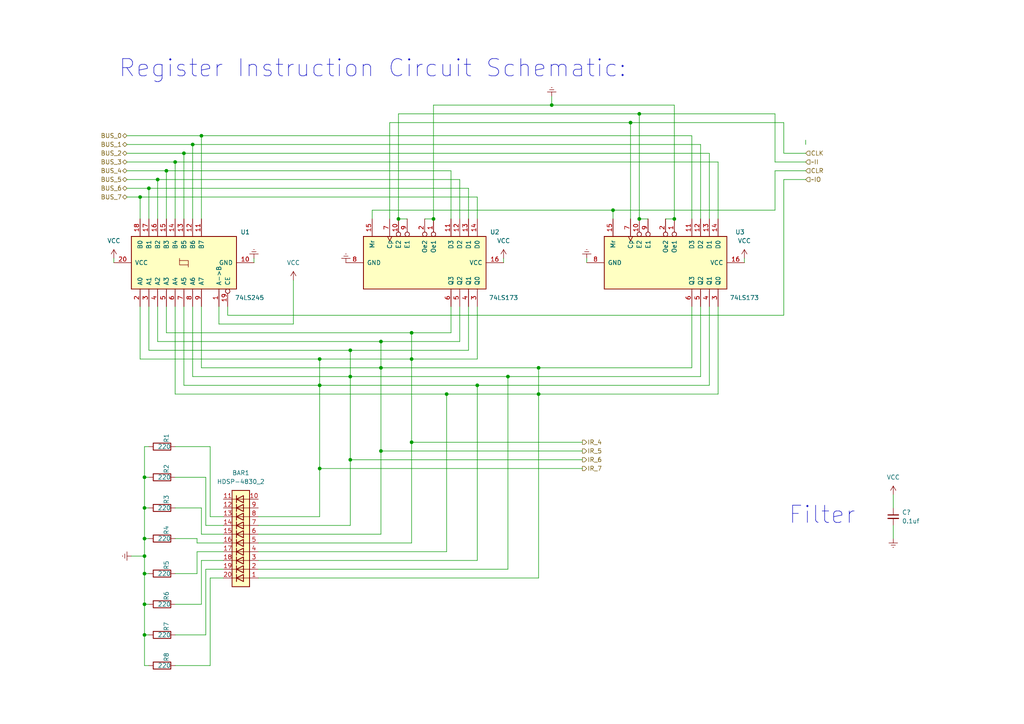
<source format=kicad_sch>
(kicad_sch (version 20211123) (generator eeschema)
  (paper "A4")
  (lib_symbols
    (symbol "74xx:74LS173" (pin_names (offset 1.016))
      (property "Reference" "U" (at -7.62 19.05 0))
      (property "Value" "74LS173" (at -7.62 -19.05 0))
      (symbol "74LS173_1_0"
        (pin input inverted (at -12.7 2.54 0) (length 5.08) (name "Oe1") (number "1"))
        (pin input inverted (at -12.7 -7.62 0) (length 5.08) (name "E2") (number "10"))
        (pin input line (at -12.7 7.62 0) (length 5.08) (name "D3") (number "11"))
        (pin input line (at -12.7 10.16 0) (length 5.08) (name "D2") (number "12"))
        (pin input line (at -12.7 12.7 0) (length 5.08) (name "D1") (number "13"))
        (pin input line (at -12.7 15.24 0) (length 5.08) (name "D0") (number "14"))
        (pin input line (at -12.7 -15.24 0) (length 5.08) (name "Mr") (number "15"))
        (pin power_in line (at 0 22.86 270) (length 5.08) (name "VCC") (number "16"))
        (pin input inverted (at -12.7 0 0) (length 5.08) (name "Oe2") (number "2"))
        (pin tri_state line (at 12.7 15.24 180) (length 5.08) (name "Q0") (number "3"))
        (pin tri_state line (at 12.7 12.7 180) (length 5.08) (name "Q1") (number "4"))
        (pin tri_state line (at 12.7 10.16 180) (length 5.08) (name "Q2") (number "5"))
        (pin tri_state line (at 12.7 7.62 180) (length 5.08) (name "Q3") (number "6"))
        (pin input clock (at -12.7 -10.16 0) (length 5.08) (name "Cp") (number "7"))
        (pin power_in line (at 0 -22.86 90) (length 5.08) (name "GND") (number "8"))
        (pin input inverted (at -12.7 -5.08 0) (length 5.08) (name "E1") (number "9"))
      )
      (symbol "74LS173_1_1"
        (rectangle (start -7.62 17.78) (end 7.62 -17.78) (stroke (width 0.254)) (fill (type background)))
      )
    )
    (symbol "74xx:74LS245" (pin_names (offset 1.016))
      (property "Reference" "U" (at -7.62 16.51 0))
      (property "Value" "74LS245" (at -7.62 -16.51 0))
      (symbol "74LS245_1_0"
        (polyline (pts (xy -0.635 -1.27) (xy -0.635 1.27) (xy 0.635 1.27)))
        (polyline (pts (xy -1.27 -1.27) (xy 0.635 -1.27) (xy 0.635 1.27) (xy 1.27 1.27)))
        (pin input line (at -12.7 -10.16 0) (length 5.08) (name "A->B") (number "1"))
        (pin power_in line (at 0 -20.32 90) (length 5.08) (name "GND") (number "10"))
        (pin tri_state line (at 12.7 -5.08 180) (length 5.08) (name "B7") (number "11"))
        (pin tri_state line (at 12.7 -2.54 180) (length 5.08) (name "B6") (number "12"))
        (pin tri_state line (at 12.7 0 180) (length 5.08) (name "B5") (number "13"))
        (pin tri_state line (at 12.7 2.54 180) (length 5.08) (name "B4") (number "14"))
        (pin tri_state line (at 12.7 5.08 180) (length 5.08) (name "B3") (number "15"))
        (pin tri_state line (at 12.7 7.62 180) (length 5.08) (name "B2") (number "16"))
        (pin tri_state line (at 12.7 10.16 180) (length 5.08) (name "B1") (number "17"))
        (pin tri_state line (at 12.7 12.7 180) (length 5.08) (name "B0") (number "18"))
        (pin input inverted (at -12.7 -12.7 0) (length 5.08) (name "CE") (number "19"))
        (pin tri_state line (at -12.7 12.7 0) (length 5.08) (name "A0") (number "2"))
        (pin power_in line (at 0 20.32 270) (length 5.08) (name "VCC") (number "20"))
        (pin tri_state line (at -12.7 10.16 0) (length 5.08) (name "A1") (number "3"))
        (pin tri_state line (at -12.7 7.62 0) (length 5.08) (name "A2") (number "4"))
        (pin tri_state line (at -12.7 5.08 0) (length 5.08) (name "A3") (number "5"))
        (pin tri_state line (at -12.7 2.54 0) (length 5.08) (name "A4") (number "6"))
        (pin tri_state line (at -12.7 0 0) (length 5.08) (name "A5") (number "7"))
        (pin tri_state line (at -12.7 -2.54 0) (length 5.08) (name "A6") (number "8"))
        (pin tri_state line (at -12.7 -5.08 0) (length 5.08) (name "A7") (number "9"))
      )
      (symbol "74LS245_1_1"
        (rectangle (start -7.62 15.24) (end 7.62 -15.24) (stroke (width 0.254)) (fill (type background)))
      )
    )
    (symbol "Device:C_Small" (pin_numbers hide) (pin_names (offset 0.254) hide)
      (property "Reference" "C" (at 0.254 1.778 0))
      (property "Value" "C_Small" (at 0.254 -2.032 0))
      (symbol "C_Small_0_1"
        (polyline (pts (xy -1.524 -0.508) (xy 1.524 -0.508)) (stroke (width 0.3302)))
        (polyline (pts (xy -1.524 0.508) (xy 1.524 0.508)) (stroke (width 0.3048)))
      )
      (symbol "C_Small_1_1"
        (pin passive line (at 0 2.54 270) (length 2.032) (name "~") (number "1"))
        (pin passive line (at 0 -2.54 90) (length 2.032) (name "~") (number "2"))
      )
    )
    (symbol "Device:R" (pin_numbers hide) (pin_names (offset 0))
      (property "Reference" "R" (at 2.032 0 90))
      (property "Value" "R" (at 0 0 90))
      (symbol "R_0_1"
        (rectangle (start -1.016 -2.54) (end 1.016 2.54) (stroke (width 0.254)))
      )
      (symbol "R_1_1"
        (pin passive line (at 0 3.81 270) (length 1.27) (name "~") (number "1"))
        (pin passive line (at 0 -3.81 90) (length 1.27) (name "~") (number "2"))
      )
    )
    (symbol "Earth_1" (power) (pin_names (offset 0))
      (symbol "Earth_1_0_1"
        (polyline (pts (xy -0.635 -1.905) (xy 0.635 -1.905)))
        (polyline (pts (xy -0.127 -2.54) (xy 0.127 -2.54)))
        (polyline (pts (xy 0 -1.27) (xy 0 0)))
        (polyline (pts (xy 1.27 -1.27) (xy -1.27 -1.27)))
      )
      (symbol "Earth_1_1_1"
        (pin power_in line (at 0 0 270) (length 0) hide (name "Earth") (number "1"))
      )
    )
    (symbol "LED:HDSP-4830_2" (pin_names (offset 1.016) hide)
      (property "Reference" "BAR" (at 0 15.24 0))
      (property "Value" "HDSP-4830_2" (at 0 -17.78 0))
      (symbol "HDSP-4830_2_0_1"
        (rectangle (start -2.54 12.7) (end 2.54 -15.24) (stroke (width 0.254)) (fill (type background)))
        (polyline (pts (xy -2.54 -12.7) (xy 2.54 -12.7)))
        (polyline (pts (xy -2.54 -10.16) (xy 2.54 -10.16)))
        (polyline (pts (xy -2.54 -7.62) (xy 2.54 -7.62)))
        (polyline (pts (xy -2.54 -5.08) (xy 2.54 -5.08)))
        (polyline (pts (xy -2.54 0) (xy 2.54 0)))
        (polyline (pts (xy -2.54 5.08) (xy 2.54 5.08)))
        (polyline (pts (xy -2.54 7.62) (xy 2.54 7.62)))
        (polyline (pts (xy -2.54 10.16) (xy 2.54 10.16)))
        (polyline (pts (xy 1.27 -11.684) (xy 1.27 -13.716)) (stroke (width 0.254)))
        (polyline (pts (xy 1.27 -9.144) (xy 1.27 -11.176)) (stroke (width 0.254)))
        (polyline (pts (xy 1.27 -6.604) (xy 1.27 -8.636)) (stroke (width 0.254)))
        (polyline (pts (xy 1.27 -4.064) (xy 1.27 -6.096)) (stroke (width 0.254)))
        (polyline (pts (xy 1.27 -1.524) (xy 1.27 -3.556)) (stroke (width 0.254)))
        (polyline (pts (xy 1.27 1.016) (xy 1.27 -1.016)) (stroke (width 0.254)))
        (polyline (pts (xy 1.27 3.556) (xy 1.27 1.524)) (stroke (width 0.254)))
        (polyline (pts (xy 1.27 6.096) (xy 1.27 4.064)) (stroke (width 0.254)))
        (polyline (pts (xy 1.27 8.636) (xy 1.27 6.604)) (stroke (width 0.254)))
        (polyline (pts (xy 1.27 11.176) (xy 1.27 9.144)) (stroke (width 0.254)))
        (polyline (pts (xy 2.54 -2.54) (xy -2.54 -2.54)))
        (polyline (pts (xy 2.54 2.54) (xy -2.54 2.54)))
        (polyline (pts (xy -0.762 -11.684) (xy -0.762 -13.716) (xy 1.27 -12.7) (xy -0.762 -11.684)) (stroke (width 0.254)))
        (polyline (pts (xy -0.762 -9.144) (xy -0.762 -11.176) (xy 1.27 -10.16) (xy -0.762 -9.144)) (stroke (width 0.254)))
        (polyline (pts (xy -0.762 -6.604) (xy -0.762 -8.636) (xy 1.27 -7.62) (xy -0.762 -6.604)) (stroke (width 0.254)))
        (polyline (pts (xy -0.762 -4.064) (xy -0.762 -6.096) (xy 1.27 -5.08) (xy -0.762 -4.064)) (stroke (width 0.254)))
        (polyline (pts (xy -0.762 -1.524) (xy -0.762 -3.556) (xy 1.27 -2.54) (xy -0.762 -1.524)) (stroke (width 0.254)))
        (polyline (pts (xy -0.762 1.016) (xy -0.762 -1.016) (xy 1.27 0) (xy -0.762 1.016)) (stroke (width 0.254)))
        (polyline (pts (xy -0.762 3.556) (xy -0.762 1.524) (xy 1.27 2.54) (xy -0.762 3.556)) (stroke (width 0.254)))
        (polyline (pts (xy -0.762 6.096) (xy -0.762 4.064) (xy 1.27 5.08) (xy -0.762 6.096)) (stroke (width 0.254)))
        (polyline (pts (xy -0.762 8.636) (xy -0.762 6.604) (xy 1.27 7.62) (xy -0.762 8.636)) (stroke (width 0.254)))
        (polyline (pts (xy -0.762 11.176) (xy -0.762 9.144) (xy 1.27 10.16) (xy -0.762 11.176)) (stroke (width 0.254)))
      )
      (symbol "HDSP-4830_2_1_1"
        (pin passive line (at -5.08 10.16 0) (length 2.54) (name "A") (number "1"))
        (pin passive line (at -5.08 -12.7 0) (length 2.54) (name "A") (number "10"))
        (pin passive line (at 5.08 -12.7 180) (length 2.54) (name "K") (number "11"))
        (pin passive line (at 5.08 -10.16 180) (length 2.54) (name "K") (number "12"))
        (pin passive line (at 5.08 -7.62 180) (length 2.54) (name "K") (number "13"))
        (pin passive line (at 5.08 -5.08 180) (length 2.54) (name "K") (number "14"))
        (pin passive line (at 5.08 -2.54 180) (length 2.54) (name "K") (number "15"))
        (pin passive line (at 5.08 0 180) (length 2.54) (name "K") (number "16"))
        (pin passive line (at 5.08 2.54 180) (length 2.54) (name "K") (number "17"))
        (pin passive line (at 5.08 5.08 180) (length 2.54) (name "K") (number "18"))
        (pin passive line (at 5.08 7.62 180) (length 2.54) (name "K") (number "19"))
        (pin passive line (at -5.08 7.62 0) (length 2.54) (name "A") (number "2"))
        (pin passive line (at 5.08 10.16 180) (length 2.54) (name "K") (number "20"))
        (pin passive line (at -5.08 5.08 0) (length 2.54) (name "A") (number "3"))
        (pin passive line (at -5.08 2.54 0) (length 2.54) (name "A") (number "4"))
        (pin passive line (at -5.08 0 0) (length 2.54) (name "A") (number "5"))
        (pin passive line (at -5.08 -2.54 0) (length 2.54) (name "A") (number "6"))
        (pin passive line (at -5.08 -5.08 0) (length 2.54) (name "A") (number "7"))
        (pin passive line (at -5.08 -7.62 0) (length 2.54) (name "A") (number "8"))
        (pin passive line (at -5.08 -10.16 0) (length 2.54) (name "A") (number "9"))
      )
    )
    (symbol "power:Earth" (power) (pin_names (offset 0))
      (symbol "Earth_0_1"
        (polyline (pts (xy -0.635 -1.905) (xy 0.635 -1.905)))
        (polyline (pts (xy -0.127 -2.54) (xy 0.127 -2.54)))
        (polyline (pts (xy 0 -1.27) (xy 0 0)))
        (polyline (pts (xy 1.27 -1.27) (xy -1.27 -1.27)))
      )
      (symbol "Earth_1_1"
        (pin power_in line (at 0 0 270) (length 0) hide (name "Earth") (number "1"))
      )
    )
    (symbol "power:VCC" (power) (pin_names (offset 0))
      (property "Value" "VCC" (at 0 3.81 0))
      (symbol "VCC_0_1"
        (polyline (pts (xy -0.762 1.27) (xy 0 2.54)))
        (polyline (pts (xy 0 0) (xy 0 2.54)))
        (polyline (pts (xy 0 2.54) (xy 0.762 1.27)))
      )
      (symbol "VCC_1_1"
        (pin power_in line (at 0 0 90) (length 0) hide (name "VCC") (number "1"))
      )
    )
  )
  (junction (at 138.43 111.76))
  (junction (at 110.49 130.81))
  (junction (at 41.91 156.21))
  (junction (at 41.91 184.15))
  (junction (at 92.71 104.14))
  (junction (at 92.71 111.76))
  (junction (at 119.38 128.27))
  (junction (at 41.91 175.26))
  (junction (at 101.6 133.35))
  (junction (at 156.21 114.3))
  (junction (at 156.21 106.68))
  (junction (at 41.91 166.37))
  (junction (at 48.26 49.53))
  (junction (at 101.6 109.22))
  (junction (at 55.88 41.91))
  (junction (at 40.64 57.15))
  (junction (at 92.71 135.89))
  (junction (at 182.88 35.56))
  (junction (at 41.91 161.29))
  (junction (at 115.57 63.5))
  (junction (at 129.54 114.3))
  (junction (at 195.58 63.5))
  (junction (at 41.91 138.43))
  (junction (at 185.42 63.5))
  (junction (at 119.38 104.14))
  (junction (at 58.42 39.37))
  (junction (at 110.49 106.68))
  (junction (at 101.6 101.6))
  (junction (at 177.8 60.96))
  (junction (at 160.02 30.48))
  (junction (at 53.34 44.45))
  (junction (at 185.42 33.02))
  (junction (at 119.38 96.52))
  (junction (at 110.49 99.06))
  (junction (at 147.32 109.22))
  (junction (at 43.18 54.61))
  (junction (at 50.8 46.99))
  (junction (at 45.72 52.07))
  (junction (at 125.73 63.5))
  (junction (at 41.91 147.32))
  (wire (pts (xy 41.91 184.15) (xy 41.91 175.26)))
  (wire (pts (xy 58.42 106.68) (xy 58.42 88.9)))
  (wire (pts (xy 58.42 39.37) (xy 200.66 39.37)))
  (wire (pts (xy 92.71 111.76) (xy 92.71 135.89)))
  (wire (pts (xy 41.91 193.04) (xy 41.91 184.15)))
  (wire (pts (xy 63.5 88.9) (xy 63.5 93.98)))
  (wire (pts (xy 36.83 39.37) (xy 58.42 39.37)))
  (wire (pts (xy 60.96 167.64) (xy 64.77 167.64)))
  (wire (pts (xy 110.49 99.06) (xy 45.72 99.06)))
  (wire (pts (xy 50.8 114.3) (xy 129.54 114.3)))
  (wire (pts (xy 45.72 63.5) (xy 45.72 52.07)))
  (wire (pts (xy 41.91 166.37) (xy 43.18 166.37)))
  (wire (pts (xy 53.34 44.45) (xy 205.74 44.45)))
  (wire (pts (xy 58.42 154.94) (xy 58.42 147.32)))
  (wire (pts (xy 119.38 128.27) (xy 168.91 128.27)))
  (wire (pts (xy 224.79 60.96) (xy 224.79 49.53)))
  (wire (pts (xy 123.19 63.5) (xy 125.73 63.5)))
  (wire (pts (xy 41.91 156.21) (xy 43.18 156.21)))
  (wire (pts (xy 110.49 130.81) (xy 168.91 130.81)))
  (wire (pts (xy 119.38 157.48) (xy 74.93 157.48)))
  (wire (pts (xy 160.02 27.94) (xy 160.02 30.48)))
  (wire (pts (xy 130.81 49.53) (xy 130.81 63.5)))
  (wire (pts (xy 138.43 104.14) (xy 119.38 104.14)))
  (wire (pts (xy 92.71 104.14) (xy 40.64 104.14)))
  (wire (pts (xy 33.02 74.93) (xy 33.02 76.2)))
  (wire (pts (xy 53.34 44.45) (xy 53.34 63.5)))
  (wire (pts (xy 224.79 33.02) (xy 224.79 46.99)))
  (wire (pts (xy 41.91 184.15) (xy 43.18 184.15)))
  (wire (pts (xy 66.04 91.44) (xy 227.33 91.44)))
  (wire (pts (xy 50.8 88.9) (xy 50.8 114.3)))
  (wire (pts (xy 58.42 63.5) (xy 58.42 39.37)))
  (wire (pts (xy 85.09 93.98) (xy 85.09 81.28)))
  (wire (pts (xy 129.54 114.3) (xy 129.54 160.02)))
  (wire (pts (xy 135.89 54.61) (xy 135.89 63.5)))
  (wire (pts (xy 215.9 74.93) (xy 215.9 76.2)))
  (wire (pts (xy 156.21 167.64) (xy 74.93 167.64)))
  (wire (pts (xy 48.26 49.53) (xy 130.81 49.53)))
  (wire (pts (xy 101.6 101.6) (xy 43.18 101.6)))
  (wire (pts (xy 40.64 88.9) (xy 40.64 104.14)))
  (wire (pts (xy 110.49 154.94) (xy 74.93 154.94)))
  (wire (pts (xy 48.26 96.52) (xy 48.26 88.9)))
  (wire (pts (xy 50.8 193.04) (xy 60.96 193.04)))
  (wire (pts (xy 129.54 160.02) (xy 74.93 160.02)))
  (wire (pts (xy 133.35 88.9) (xy 133.35 99.06)))
  (wire (pts (xy 55.88 88.9) (xy 55.88 109.22)))
  (wire (pts (xy 110.49 106.68) (xy 110.49 99.06)))
  (wire (pts (xy 92.71 135.89) (xy 92.71 149.86)))
  (wire (pts (xy 41.91 156.21) (xy 41.91 147.32)))
  (wire (pts (xy 101.6 133.35) (xy 101.6 152.4)))
  (wire (pts (xy 208.28 46.99) (xy 208.28 63.5)))
  (wire (pts (xy 64.77 149.86) (xy 60.96 149.86)))
  (wire (pts (xy 36.83 41.91) (xy 55.88 41.91)))
  (wire (pts (xy 57.15 157.48) (xy 57.15 156.21)))
  (wire (pts (xy 146.05 74.93) (xy 146.05 76.2)))
  (wire (pts (xy 57.15 160.02) (xy 57.15 166.37)))
  (wire (pts (xy 224.79 46.99) (xy 233.68 46.99)))
  (wire (pts (xy 200.66 63.5) (xy 200.66 39.37)))
  (wire (pts (xy 48.26 96.52) (xy 119.38 96.52)))
  (wire (pts (xy 119.38 104.14) (xy 92.71 104.14)))
  (wire (pts (xy 160.02 30.48) (xy 195.58 30.48)))
  (wire (pts (xy 40.64 57.15) (xy 40.64 63.5)))
  (wire (pts (xy 156.21 114.3) (xy 208.28 114.3)))
  (wire (pts (xy 101.6 109.22) (xy 55.88 109.22)))
  (wire (pts (xy 64.77 152.4) (xy 59.69 152.4)))
  (wire (pts (xy 138.43 88.9) (xy 138.43 104.14)))
  (wire (pts (xy 119.38 128.27) (xy 119.38 104.14)))
  (wire (pts (xy 50.8 46.99) (xy 50.8 63.5)))
  (wire (pts (xy 205.74 44.45) (xy 205.74 63.5)))
  (wire (pts (xy 227.33 52.07) (xy 233.68 52.07)))
  (wire (pts (xy 259.08 152.4) (xy 259.08 156.21)))
  (wire (pts (xy 208.28 114.3) (xy 208.28 88.9)))
  (wire (pts (xy 41.91 138.43) (xy 41.91 129.54)))
  (wire (pts (xy 138.43 111.76) (xy 138.43 162.56)))
  (wire (pts (xy 119.38 96.52) (xy 130.81 96.52)))
  (wire (pts (xy 41.91 147.32) (xy 41.91 138.43)))
  (wire (pts (xy 135.89 88.9) (xy 135.89 101.6)))
  (wire (pts (xy 59.69 152.4) (xy 59.69 138.43)))
  (wire (pts (xy 125.73 30.48) (xy 160.02 30.48)))
  (wire (pts (xy 193.04 63.5) (xy 195.58 63.5)))
  (wire (pts (xy 185.42 63.5) (xy 185.42 33.02)))
  (wire (pts (xy 64.77 154.94) (xy 58.42 154.94)))
  (wire (pts (xy 110.49 106.68) (xy 58.42 106.68)))
  (wire (pts (xy 177.8 60.96) (xy 177.8 63.5)))
  (wire (pts (xy 92.71 111.76) (xy 53.34 111.76)))
  (wire (pts (xy 135.89 101.6) (xy 101.6 101.6)))
  (wire (pts (xy 64.77 157.48) (xy 57.15 157.48)))
  (wire (pts (xy 185.42 33.02) (xy 224.79 33.02)))
  (wire (pts (xy 203.2 41.91) (xy 203.2 63.5)))
  (wire (pts (xy 119.38 104.14) (xy 119.38 96.52)))
  (wire (pts (xy 36.83 57.15) (xy 40.64 57.15)))
  (wire (pts (xy 118.11 63.5) (xy 115.57 63.5)))
  (wire (pts (xy 58.42 162.56) (xy 64.77 162.56)))
  (wire (pts (xy 110.49 130.81) (xy 110.49 154.94)))
  (wire (pts (xy 41.91 147.32) (xy 43.18 147.32)))
  (wire (pts (xy 50.8 46.99) (xy 208.28 46.99)))
  (wire (pts (xy 203.2 88.9) (xy 203.2 109.22)))
  (wire (pts (xy 59.69 138.43) (xy 50.8 138.43)))
  (wire (pts (xy 36.83 54.61) (xy 43.18 54.61)))
  (wire (pts (xy 57.15 156.21) (xy 50.8 156.21)))
  (wire (pts (xy 60.96 193.04) (xy 60.96 167.64)))
  (wire (pts (xy 147.32 109.22) (xy 101.6 109.22)))
  (wire (pts (xy 130.81 88.9) (xy 130.81 96.52)))
  (wire (pts (xy 182.88 35.56) (xy 182.88 63.5)))
  (wire (pts (xy 41.91 175.26) (xy 43.18 175.26)))
  (wire (pts (xy 41.91 161.29) (xy 41.91 156.21)))
  (wire (pts (xy 138.43 111.76) (xy 92.71 111.76)))
  (wire (pts (xy 133.35 99.06) (xy 110.49 99.06)))
  (wire (pts (xy 66.04 88.9) (xy 66.04 91.44)))
  (wire (pts (xy 41.91 166.37) (xy 41.91 161.29)))
  (wire (pts (xy 133.35 52.07) (xy 133.35 63.5)))
  (wire (pts (xy 129.54 114.3) (xy 156.21 114.3)))
  (wire (pts (xy 156.21 114.3) (xy 156.21 106.68)))
  (wire (pts (xy 48.26 49.53) (xy 48.26 63.5)))
  (wire (pts (xy 170.18 74.93) (xy 170.18 76.2)))
  (wire (pts (xy 203.2 109.22) (xy 147.32 109.22)))
  (wire (pts (xy 50.8 184.15) (xy 59.69 184.15)))
  (wire (pts (xy 45.72 99.06) (xy 45.72 88.9)))
  (wire (pts (xy 185.42 63.5) (xy 187.96 63.5)))
  (wire (pts (xy 43.18 54.61) (xy 135.89 54.61)))
  (wire (pts (xy 138.43 162.56) (xy 74.93 162.56)))
  (wire (pts (xy 119.38 128.27) (xy 119.38 157.48)))
  (wire (pts (xy 115.57 33.02) (xy 185.42 33.02)))
  (wire (pts (xy 205.74 88.9) (xy 205.74 111.76)))
  (wire (pts (xy 147.32 109.22) (xy 147.32 165.1)))
  (wire (pts (xy 40.64 57.15) (xy 138.43 57.15)))
  (wire (pts (xy 36.83 52.07) (xy 45.72 52.07)))
  (wire (pts (xy 182.88 35.56) (xy 227.33 35.56)))
  (wire (pts (xy 107.95 60.96) (xy 177.8 60.96)))
  (wire (pts (xy 227.33 35.56) (xy 227.33 44.45)))
  (wire (pts (xy 138.43 57.15) (xy 138.43 63.5)))
  (wire (pts (xy 57.15 166.37) (xy 50.8 166.37)))
  (wire (pts (xy 36.83 44.45) (xy 53.34 44.45)))
  (wire (pts (xy 58.42 175.26) (xy 58.42 162.56)))
  (wire (pts (xy 41.91 161.29) (xy 38.1 161.29)))
  (wire (pts (xy 224.79 49.53) (xy 233.68 49.53)))
  (wire (pts (xy 227.33 52.07) (xy 227.33 91.44)))
  (wire (pts (xy 92.71 111.76) (xy 92.71 104.14)))
  (wire (pts (xy 147.32 165.1) (xy 74.93 165.1)))
  (wire (pts (xy 200.66 106.68) (xy 156.21 106.68)))
  (wire (pts (xy 227.33 44.45) (xy 233.68 44.45)))
  (wire (pts (xy 101.6 109.22) (xy 101.6 101.6)))
  (wire (pts (xy 60.96 149.86) (xy 60.96 129.54)))
  (wire (pts (xy 73.66 74.93) (xy 73.66 76.2)))
  (wire (pts (xy 41.91 175.26) (xy 41.91 166.37)))
  (wire (pts (xy 113.03 63.5) (xy 113.03 35.56)))
  (wire (pts (xy 55.88 41.91) (xy 203.2 41.91)))
  (wire (pts (xy 101.6 133.35) (xy 168.91 133.35)))
  (wire (pts (xy 205.74 111.76) (xy 138.43 111.76)))
  (wire (pts (xy 60.96 129.54) (xy 50.8 129.54)))
  (wire (pts (xy 59.69 184.15) (xy 59.69 165.1)))
  (wire (pts (xy 115.57 33.02) (xy 115.57 63.5)))
  (wire (pts (xy 156.21 106.68) (xy 110.49 106.68)))
  (wire (pts (xy 156.21 114.3) (xy 156.21 167.64)))
  (wire (pts (xy 50.8 175.26) (xy 58.42 175.26)))
  (wire (pts (xy 200.66 88.9) (xy 200.66 106.68)))
  (wire (pts (xy 43.18 193.04) (xy 41.91 193.04)))
  (wire (pts (xy 59.69 165.1) (xy 64.77 165.1)))
  (wire (pts (xy 43.18 54.61) (xy 43.18 63.5)))
  (wire (pts (xy 58.42 147.32) (xy 50.8 147.32)))
  (wire (pts (xy 125.73 63.5) (xy 125.73 30.48)))
  (wire (pts (xy 259.08 143.51) (xy 259.08 147.32)))
  (wire (pts (xy 107.95 63.5) (xy 107.95 60.96)))
  (wire (pts (xy 36.83 46.99) (xy 50.8 46.99)))
  (wire (pts (xy 177.8 60.96) (xy 224.79 60.96)))
  (wire (pts (xy 113.03 35.56) (xy 182.88 35.56)))
  (wire (pts (xy 233.68 40.64) (xy 233.68 41.91)))
  (wire (pts (xy 92.71 149.86) (xy 74.93 149.86)))
  (wire (pts (xy 43.18 101.6) (xy 43.18 88.9)))
  (wire (pts (xy 55.88 41.91) (xy 55.88 63.5)))
  (wire (pts (xy 110.49 106.68) (xy 110.49 130.81)))
  (wire (pts (xy 41.91 129.54) (xy 43.18 129.54)))
  (wire (pts (xy 195.58 30.48) (xy 195.58 63.5)))
  (wire (pts (xy 64.77 160.02) (xy 57.15 160.02)))
  (wire (pts (xy 53.34 88.9) (xy 53.34 111.76)))
  (wire (pts (xy 101.6 152.4) (xy 74.93 152.4)))
  (wire (pts (xy 36.83 49.53) (xy 48.26 49.53)))
  (wire (pts (xy 92.71 135.89) (xy 168.91 135.89)))
  (wire (pts (xy 41.91 138.43) (xy 43.18 138.43)))
  (wire (pts (xy 45.72 52.07) (xy 133.35 52.07)))
  (wire (pts (xy 101.6 109.22) (xy 101.6 133.35)))
  (wire (pts (xy 63.5 93.98) (xy 85.09 93.98)))
  (text "Register Instruction Circuit Schematic:" (at 34.29 22.86 0) (effects (font (size 5 5)) (justify left bottom)))
  (text "Filter" (at 228.6 152.4 0) (effects (font (size 5 5)) (justify left bottom)))
  (hierarchical_label "~II" (shape input) (at 233.68 46.99 0))
  (hierarchical_label "CLR" (shape input) (at 233.68 49.53 0))
  (hierarchical_label "BUS_1" (shape bidirectional) (at 36.83 41.91 180))
  (hierarchical_label "BUS_7" (shape bidirectional) (at 36.83 57.15 180))
  (hierarchical_label "BUS_3" (shape bidirectional) (at 36.83 46.99 180))
  (hierarchical_label "BUS_0" (shape bidirectional) (at 36.83 39.37 180))
  (hierarchical_label "BUS_5" (shape bidirectional) (at 36.83 52.07 180))
  (hierarchical_label "~IO" (shape input) (at 233.68 52.07 0))
  (hierarchical_label "CLK" (shape input) (at 233.68 44.45 0))
  (hierarchical_label "BUS_2" (shape bidirectional) (at 36.83 44.45 180))
  (hierarchical_label "BUS_6" (shape bidirectional) (at 36.83 54.61 180))
  (hierarchical_label "IR_7" (shape output) (at 168.91 135.89 0))
  (hierarchical_label "BUS_4" (shape bidirectional) (at 36.83 49.53 180))
  (hierarchical_label "IR_4" (shape output) (at 168.91 128.27 0))
  (hierarchical_label "IR_5" (shape output) (at 168.91 130.81 0))
  (hierarchical_label "IR_6" (shape output) (at 168.91 133.35 0))
  (symbol (lib_id "power:Earth") (at 38.1 161.29 270) (unit 1)
    (property "Reference" "#PWR02" (effects hide))
    (property "Value" "Earth" (effects hide))
  )
  (symbol (lib_id "Device:R") (at 46.99 184.15 90) (unit 1)
    (property "Reference" "R7" (at 48.26 180.34 0) (effects (justify right)))
    (property "Value" "220" (at 45.72 184.15 90) (effects (justify right)))
    (property "Footprint" "Resistor_THT:R_Axial_DIN0204_L3.6mm_D1.6mm_P5.08mm_Horizontal" (effects hide))
  )
  (symbol (lib_id "power:VCC") (at 259.08 143.51 0) (unit 1)
    (property "Reference" "#PWR?" (effects hide))
    (property "Value" "VCC" (at 259.08 138.43 0))
  )
  (symbol (lib_id "LED:HDSP-4830_2") (at 69.85 157.48 180) (unit 1)
    (property "Reference" "BAR1" (at 69.85 137.16 0))
    (property "Value" "HDSP-4830_2" (at 69.85 139.7 0))
    (property "Footprint" "Display:HDSP-4830" (effects hide))
    (property "Datasheet" "https://docs.broadcom.com/docs/AV02-1798EN" (effects hide))
  )
  (symbol (lib_id "power:VCC") (at 146.05 74.93 0) (unit 1)
    (property "Reference" "#PWR06" (effects hide))
    (property "Value" "VCC" (at 146.05 69.85 0))
  )
  (symbol (lib_name "Earth_1") (lib_id "power:Earth") (at 259.08 156.21 0) (unit 1)
    (property "Reference" "#PWR?" (effects hide))
    (property "Value" "Earth" (effects hide))
  )
  (symbol (lib_id "power:Earth") (at 100.33 76.2 180) (unit 1)
    (property "Reference" "#PWR05" (effects hide))
    (property "Value" "Earth" (effects hide))
  )
  (symbol (lib_id "power:Earth") (at 160.02 27.94 180) (unit 1)
    (property "Reference" "#PWR07" (effects hide))
    (property "Value" "Earth" (effects hide))
  )
  (symbol (lib_id "Device:C_Small") (at 259.08 149.86 0) (unit 1)
    (property "Reference" "C?" (at 261.62 148.5962 0) (effects (justify left)))
    (property "Value" "0.1uf" (at 261.62 151.1362 0) (effects (justify left)))
    (property "Footprint" "Capacitor_THT:C_Disc_D5.0mm_W2.5mm_P2.50mm" (effects hide))
  )
  (symbol (lib_id "Device:R") (at 46.99 156.21 90) (unit 1)
    (property "Reference" "R4" (at 48.26 152.4 0) (effects (justify right)))
    (property "Value" "220" (at 45.72 156.21 90) (effects (justify right)))
    (property "Footprint" "Resistor_THT:R_Axial_DIN0204_L3.6mm_D1.6mm_P5.08mm_Horizontal" (effects hide))
  )
  (symbol (lib_id "Device:R") (at 46.99 193.04 90) (unit 1)
    (property "Reference" "R8" (at 48.26 189.23 0) (effects (justify right)))
    (property "Value" "220" (at 45.72 193.04 90) (effects (justify right)))
    (property "Footprint" "Resistor_THT:R_Axial_DIN0204_L3.6mm_D1.6mm_P5.08mm_Horizontal" (effects hide))
  )
  (symbol (lib_id "power:Earth") (at 73.66 74.93 180) (unit 1)
    (property "Reference" "#PWR03" (effects hide))
    (property "Value" "Earth" (effects hide))
  )
  (symbol (lib_id "power:Earth") (at 170.18 74.93 180) (unit 1)
    (property "Reference" "#PWR08" (effects hide))
    (property "Value" "Earth" (effects hide))
  )
  (symbol (lib_id "Device:R") (at 46.99 129.54 90) (unit 1)
    (property "Reference" "R1" (at 48.26 125.73 0) (effects (justify right)))
    (property "Value" "220" (at 45.72 129.54 90) (effects (justify right)))
    (property "Footprint" "Resistor_THT:R_Axial_DIN0204_L3.6mm_D1.6mm_P5.08mm_Horizontal" (effects hide))
  )
  (symbol (lib_id "power:VCC") (at 215.9 74.93 0) (unit 1)
    (property "Reference" "#PWR09" (effects hide))
    (property "Value" "VCC" (at 215.9 69.85 0))
  )
  (symbol (lib_id "74xx:74LS245") (at 53.34 76.2 90) (unit 1)
    (property "Reference" "U1" (at 71.12 67.31 90))
    (property "Value" "74LS245" (at 72.39 86.36 90))
    (property "Footprint" "Package_DIP:DIP-20_W7.62mm" (effects hide))
    (property "Datasheet" "http://www.ti.com/lit/gpn/sn74LS245" (effects hide))
  )
  (symbol (lib_id "74xx:74LS173") (at 123.19 76.2 270) (unit 1)
    (property "Reference" "U2" (at 143.51 67.31 90))
    (property "Value" "74LS173" (at 146.05 86.36 90))
    (property "Footprint" "Package_DIP:DIP-16_W7.62mm" (effects hide))
    (property "Datasheet" "http://www.ti.com/lit/gpn/sn74LS173" (effects hide))
  )
  (symbol (lib_id "Device:R") (at 46.99 166.37 90) (unit 1)
    (property "Reference" "R5" (at 48.26 162.56 0) (effects (justify right)))
    (property "Value" "220" (at 45.72 166.37 90) (effects (justify right)))
    (property "Footprint" "Resistor_THT:R_Axial_DIN0204_L3.6mm_D1.6mm_P5.08mm_Horizontal" (effects hide))
  )
  (symbol (lib_id "Device:R") (at 46.99 147.32 90) (unit 1)
    (property "Reference" "R3" (at 48.26 143.51 0) (effects (justify right)))
    (property "Value" "220" (at 45.72 147.32 90) (effects (justify right)))
    (property "Footprint" "Resistor_THT:R_Axial_DIN0204_L3.6mm_D1.6mm_P5.08mm_Horizontal" (effects hide))
  )
  (symbol (lib_id "Device:R") (at 46.99 175.26 90) (unit 1)
    (property "Reference" "R6" (at 48.26 171.45 0) (effects (justify right)))
    (property "Value" "220" (at 45.72 175.26 90) (effects (justify right)))
    (property "Footprint" "Resistor_THT:R_Axial_DIN0204_L3.6mm_D1.6mm_P5.08mm_Horizontal" (effects hide))
  )
  (symbol (lib_id "74xx:74LS173") (at 193.04 76.2 270) (unit 1)
    (property "Reference" "U3" (at 214.63 67.31 90))
    (property "Value" "74LS173" (at 215.9 86.36 90))
    (property "Footprint" "Package_DIP:DIP-16_W7.62mm" (effects hide))
    (property "Datasheet" "http://www.ti.com/lit/gpn/sn74LS173" (effects hide))
  )
  (symbol (lib_id "Device:R") (at 46.99 138.43 90) (unit 1)
    (property "Reference" "R2" (at 48.26 134.62 0) (effects (justify right)))
    (property "Value" "220" (at 45.72 138.43 90) (effects (justify right)))
    (property "Footprint" "Resistor_THT:R_Axial_DIN0204_L3.6mm_D1.6mm_P5.08mm_Horizontal" (effects hide))
  )
  (symbol (lib_id "power:VCC") (at 33.02 74.93 0) (unit 1)
    (property "Reference" "#PWR01" (effects hide))
    (property "Value" "VCC" (at 33.02 69.85 0))
  )
  (symbol (lib_id "power:VCC") (at 85.09 81.28 0) (unit 1)
    (property "Reference" "#PWR04" (effects hide))
    (property "Value" "VCC" (at 85.09 76.2 0))
  )
)
</source>
